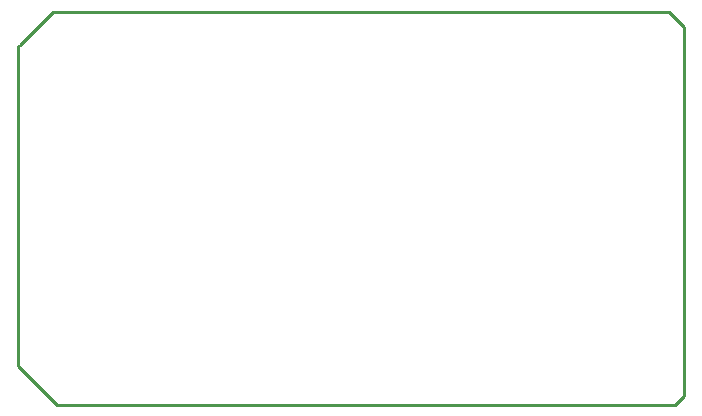
<source format=gko>
G04*
G04 #@! TF.GenerationSoftware,Altium Limited,Altium Designer,22.6.1 (34)*
G04*
G04 Layer_Color=16711935*
%FSLAX44Y44*%
%MOMM*%
G71*
G04*
G04 #@! TF.SameCoordinates,A72CB605-F9DB-4195-8002-294397CB98EC*
G04*
G04*
G04 #@! TF.FilePolarity,Positive*
G04*
G01*
G75*
%ADD16C,0.2540*%
D16*
X439420Y772160D02*
Y1031240D01*
X472440Y727710D02*
X995680D01*
X439420Y760730D02*
X472440Y727710D01*
X439420Y760730D02*
Y772160D01*
X440690Y1032510D02*
X468630Y1060450D01*
X990600D01*
X1003300Y1047750D01*
Y735330D02*
Y1047750D01*
X995680Y727710D02*
X1003300Y735330D01*
M02*

</source>
